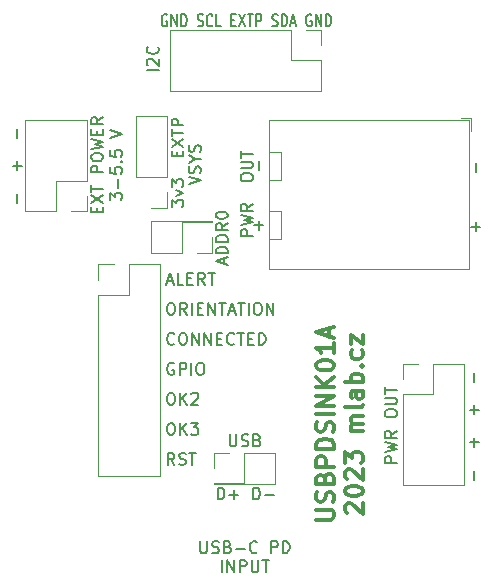
<source format=gbr>
%TF.GenerationSoftware,KiCad,Pcbnew,7.0.7-7.0.7~ubuntu23.04.1*%
%TF.CreationDate,2023-10-13T11:28:34+00:00*%
%TF.ProjectId,USBPDSINK01,55534250-4453-4494-9e4b-30312e6b6963,rev?*%
%TF.SameCoordinates,Original*%
%TF.FileFunction,Legend,Top*%
%TF.FilePolarity,Positive*%
%FSLAX46Y46*%
G04 Gerber Fmt 4.6, Leading zero omitted, Abs format (unit mm)*
G04 Created by KiCad (PCBNEW 7.0.7-7.0.7~ubuntu23.04.1) date 2023-10-13 11:28:34*
%MOMM*%
%LPD*%
G01*
G04 APERTURE LIST*
%ADD10C,0.150000*%
%ADD11C,0.300000*%
%ADD12C,0.120000*%
G04 APERTURE END LIST*
D10*
X19358207Y27140420D02*
X19310588Y27092800D01*
X19310588Y27092800D02*
X19167731Y27045181D01*
X19167731Y27045181D02*
X19072493Y27045181D01*
X19072493Y27045181D02*
X18929636Y27092800D01*
X18929636Y27092800D02*
X18834398Y27188039D01*
X18834398Y27188039D02*
X18786779Y27283277D01*
X18786779Y27283277D02*
X18739160Y27473753D01*
X18739160Y27473753D02*
X18739160Y27616610D01*
X18739160Y27616610D02*
X18786779Y27807086D01*
X18786779Y27807086D02*
X18834398Y27902324D01*
X18834398Y27902324D02*
X18929636Y27997562D01*
X18929636Y27997562D02*
X19072493Y28045181D01*
X19072493Y28045181D02*
X19167731Y28045181D01*
X19167731Y28045181D02*
X19310588Y27997562D01*
X19310588Y27997562D02*
X19358207Y27949943D01*
X19977255Y28045181D02*
X20167731Y28045181D01*
X20167731Y28045181D02*
X20262969Y27997562D01*
X20262969Y27997562D02*
X20358207Y27902324D01*
X20358207Y27902324D02*
X20405826Y27711848D01*
X20405826Y27711848D02*
X20405826Y27378515D01*
X20405826Y27378515D02*
X20358207Y27188039D01*
X20358207Y27188039D02*
X20262969Y27092800D01*
X20262969Y27092800D02*
X20167731Y27045181D01*
X20167731Y27045181D02*
X19977255Y27045181D01*
X19977255Y27045181D02*
X19882017Y27092800D01*
X19882017Y27092800D02*
X19786779Y27188039D01*
X19786779Y27188039D02*
X19739160Y27378515D01*
X19739160Y27378515D02*
X19739160Y27711848D01*
X19739160Y27711848D02*
X19786779Y27902324D01*
X19786779Y27902324D02*
X19882017Y27997562D01*
X19882017Y27997562D02*
X19977255Y28045181D01*
X20834398Y27045181D02*
X20834398Y28045181D01*
X20834398Y28045181D02*
X21405826Y27045181D01*
X21405826Y27045181D02*
X21405826Y28045181D01*
X21882017Y27045181D02*
X21882017Y28045181D01*
X21882017Y28045181D02*
X22453445Y27045181D01*
X22453445Y27045181D02*
X22453445Y28045181D01*
X22929636Y27568991D02*
X23262969Y27568991D01*
X23405826Y27045181D02*
X22929636Y27045181D01*
X22929636Y27045181D02*
X22929636Y28045181D01*
X22929636Y28045181D02*
X23405826Y28045181D01*
X24405826Y27140420D02*
X24358207Y27092800D01*
X24358207Y27092800D02*
X24215350Y27045181D01*
X24215350Y27045181D02*
X24120112Y27045181D01*
X24120112Y27045181D02*
X23977255Y27092800D01*
X23977255Y27092800D02*
X23882017Y27188039D01*
X23882017Y27188039D02*
X23834398Y27283277D01*
X23834398Y27283277D02*
X23786779Y27473753D01*
X23786779Y27473753D02*
X23786779Y27616610D01*
X23786779Y27616610D02*
X23834398Y27807086D01*
X23834398Y27807086D02*
X23882017Y27902324D01*
X23882017Y27902324D02*
X23977255Y27997562D01*
X23977255Y27997562D02*
X24120112Y28045181D01*
X24120112Y28045181D02*
X24215350Y28045181D01*
X24215350Y28045181D02*
X24358207Y27997562D01*
X24358207Y27997562D02*
X24405826Y27949943D01*
X24691541Y28045181D02*
X25262969Y28045181D01*
X24977255Y27045181D02*
X24977255Y28045181D01*
X25596303Y27568991D02*
X25929636Y27568991D01*
X26072493Y27045181D02*
X25596303Y27045181D01*
X25596303Y27045181D02*
X25596303Y28045181D01*
X25596303Y28045181D02*
X26072493Y28045181D01*
X26501065Y27045181D02*
X26501065Y28045181D01*
X26501065Y28045181D02*
X26739160Y28045181D01*
X26739160Y28045181D02*
X26882017Y27997562D01*
X26882017Y27997562D02*
X26977255Y27902324D01*
X26977255Y27902324D02*
X27024874Y27807086D01*
X27024874Y27807086D02*
X27072493Y27616610D01*
X27072493Y27616610D02*
X27072493Y27473753D01*
X27072493Y27473753D02*
X27024874Y27283277D01*
X27024874Y27283277D02*
X26977255Y27188039D01*
X26977255Y27188039D02*
X26882017Y27092800D01*
X26882017Y27092800D02*
X26739160Y27045181D01*
X26739160Y27045181D02*
X26501065Y27045181D01*
X18977255Y22961849D02*
X19167731Y22961849D01*
X19167731Y22961849D02*
X19262969Y22914230D01*
X19262969Y22914230D02*
X19358207Y22818992D01*
X19358207Y22818992D02*
X19405826Y22628516D01*
X19405826Y22628516D02*
X19405826Y22295183D01*
X19405826Y22295183D02*
X19358207Y22104707D01*
X19358207Y22104707D02*
X19262969Y22009468D01*
X19262969Y22009468D02*
X19167731Y21961849D01*
X19167731Y21961849D02*
X18977255Y21961849D01*
X18977255Y21961849D02*
X18882017Y22009468D01*
X18882017Y22009468D02*
X18786779Y22104707D01*
X18786779Y22104707D02*
X18739160Y22295183D01*
X18739160Y22295183D02*
X18739160Y22628516D01*
X18739160Y22628516D02*
X18786779Y22818992D01*
X18786779Y22818992D02*
X18882017Y22914230D01*
X18882017Y22914230D02*
X18977255Y22961849D01*
X19834398Y21961849D02*
X19834398Y22961849D01*
X20405826Y21961849D02*
X19977255Y22533278D01*
X20405826Y22961849D02*
X19834398Y22390421D01*
X20786779Y22866611D02*
X20834398Y22914230D01*
X20834398Y22914230D02*
X20929636Y22961849D01*
X20929636Y22961849D02*
X21167731Y22961849D01*
X21167731Y22961849D02*
X21262969Y22914230D01*
X21262969Y22914230D02*
X21310588Y22866611D01*
X21310588Y22866611D02*
X21358207Y22771373D01*
X21358207Y22771373D02*
X21358207Y22676135D01*
X21358207Y22676135D02*
X21310588Y22533278D01*
X21310588Y22533278D02*
X20739160Y21961849D01*
X20739160Y21961849D02*
X21358207Y21961849D01*
X44888866Y36645239D02*
X44888866Y37407143D01*
X45269819Y37026191D02*
X44507914Y37026191D01*
X44888866Y41692859D02*
X44888866Y42454763D01*
X18739160Y32414228D02*
X19215350Y32414228D01*
X18643922Y32128513D02*
X18977255Y33128513D01*
X18977255Y33128513D02*
X19310588Y32128513D01*
X20120112Y32128513D02*
X19643922Y32128513D01*
X19643922Y32128513D02*
X19643922Y33128513D01*
X20453446Y32652323D02*
X20786779Y32652323D01*
X20929636Y32128513D02*
X20453446Y32128513D01*
X20453446Y32128513D02*
X20453446Y33128513D01*
X20453446Y33128513D02*
X20929636Y33128513D01*
X21929636Y32128513D02*
X21596303Y32604704D01*
X21358208Y32128513D02*
X21358208Y33128513D01*
X21358208Y33128513D02*
X21739160Y33128513D01*
X21739160Y33128513D02*
X21834398Y33080894D01*
X21834398Y33080894D02*
X21882017Y33033275D01*
X21882017Y33033275D02*
X21929636Y32938037D01*
X21929636Y32938037D02*
X21929636Y32795180D01*
X21929636Y32795180D02*
X21882017Y32699942D01*
X21882017Y32699942D02*
X21834398Y32652323D01*
X21834398Y32652323D02*
X21739160Y32604704D01*
X21739160Y32604704D02*
X21358208Y32604704D01*
X22215351Y33128513D02*
X22786779Y33128513D01*
X22501065Y32128513D02*
X22501065Y33128513D01*
X44738866Y15626191D02*
X44738866Y16388095D01*
X44738866Y18388096D02*
X44738866Y19150000D01*
X45119819Y18769048D02*
X44357914Y18769048D01*
X44738866Y21150001D02*
X44738866Y21911905D01*
X45119819Y21530953D02*
X44357914Y21530953D01*
X44738866Y23911906D02*
X44738866Y24673810D01*
X25969819Y36256191D02*
X24969819Y36256191D01*
X24969819Y36256191D02*
X24969819Y36637143D01*
X24969819Y36637143D02*
X25017438Y36732381D01*
X25017438Y36732381D02*
X25065057Y36780000D01*
X25065057Y36780000D02*
X25160295Y36827619D01*
X25160295Y36827619D02*
X25303152Y36827619D01*
X25303152Y36827619D02*
X25398390Y36780000D01*
X25398390Y36780000D02*
X25446009Y36732381D01*
X25446009Y36732381D02*
X25493628Y36637143D01*
X25493628Y36637143D02*
X25493628Y36256191D01*
X24969819Y37160953D02*
X25969819Y37399048D01*
X25969819Y37399048D02*
X25255533Y37589524D01*
X25255533Y37589524D02*
X25969819Y37780000D01*
X25969819Y37780000D02*
X24969819Y38018095D01*
X25969819Y38970476D02*
X25493628Y38637143D01*
X25969819Y38399048D02*
X24969819Y38399048D01*
X24969819Y38399048D02*
X24969819Y38780000D01*
X24969819Y38780000D02*
X25017438Y38875238D01*
X25017438Y38875238D02*
X25065057Y38922857D01*
X25065057Y38922857D02*
X25160295Y38970476D01*
X25160295Y38970476D02*
X25303152Y38970476D01*
X25303152Y38970476D02*
X25398390Y38922857D01*
X25398390Y38922857D02*
X25446009Y38875238D01*
X25446009Y38875238D02*
X25493628Y38780000D01*
X25493628Y38780000D02*
X25493628Y38399048D01*
X24969819Y41113334D02*
X24969819Y41303810D01*
X24969819Y41303810D02*
X25017438Y41399048D01*
X25017438Y41399048D02*
X25112676Y41494286D01*
X25112676Y41494286D02*
X25303152Y41541905D01*
X25303152Y41541905D02*
X25636485Y41541905D01*
X25636485Y41541905D02*
X25826961Y41494286D01*
X25826961Y41494286D02*
X25922200Y41399048D01*
X25922200Y41399048D02*
X25969819Y41303810D01*
X25969819Y41303810D02*
X25969819Y41113334D01*
X25969819Y41113334D02*
X25922200Y41018096D01*
X25922200Y41018096D02*
X25826961Y40922858D01*
X25826961Y40922858D02*
X25636485Y40875239D01*
X25636485Y40875239D02*
X25303152Y40875239D01*
X25303152Y40875239D02*
X25112676Y40922858D01*
X25112676Y40922858D02*
X25017438Y41018096D01*
X25017438Y41018096D02*
X24969819Y41113334D01*
X24969819Y41970477D02*
X25779342Y41970477D01*
X25779342Y41970477D02*
X25874580Y42018096D01*
X25874580Y42018096D02*
X25922200Y42065715D01*
X25922200Y42065715D02*
X25969819Y42160953D01*
X25969819Y42160953D02*
X25969819Y42351429D01*
X25969819Y42351429D02*
X25922200Y42446667D01*
X25922200Y42446667D02*
X25874580Y42494286D01*
X25874580Y42494286D02*
X25779342Y42541905D01*
X25779342Y42541905D02*
X24969819Y42541905D01*
X24969819Y42875239D02*
X24969819Y43446667D01*
X25969819Y43160953D02*
X24969819Y43160953D01*
D11*
X31370828Y12228572D02*
X32585114Y12228572D01*
X32585114Y12228572D02*
X32727971Y12300001D01*
X32727971Y12300001D02*
X32799400Y12371429D01*
X32799400Y12371429D02*
X32870828Y12514287D01*
X32870828Y12514287D02*
X32870828Y12800001D01*
X32870828Y12800001D02*
X32799400Y12942858D01*
X32799400Y12942858D02*
X32727971Y13014287D01*
X32727971Y13014287D02*
X32585114Y13085715D01*
X32585114Y13085715D02*
X31370828Y13085715D01*
X32799400Y13728573D02*
X32870828Y13942858D01*
X32870828Y13942858D02*
X32870828Y14300001D01*
X32870828Y14300001D02*
X32799400Y14442858D01*
X32799400Y14442858D02*
X32727971Y14514287D01*
X32727971Y14514287D02*
X32585114Y14585716D01*
X32585114Y14585716D02*
X32442257Y14585716D01*
X32442257Y14585716D02*
X32299400Y14514287D01*
X32299400Y14514287D02*
X32227971Y14442858D01*
X32227971Y14442858D02*
X32156542Y14300001D01*
X32156542Y14300001D02*
X32085114Y14014287D01*
X32085114Y14014287D02*
X32013685Y13871430D01*
X32013685Y13871430D02*
X31942257Y13800001D01*
X31942257Y13800001D02*
X31799400Y13728573D01*
X31799400Y13728573D02*
X31656542Y13728573D01*
X31656542Y13728573D02*
X31513685Y13800001D01*
X31513685Y13800001D02*
X31442257Y13871430D01*
X31442257Y13871430D02*
X31370828Y14014287D01*
X31370828Y14014287D02*
X31370828Y14371430D01*
X31370828Y14371430D02*
X31442257Y14585716D01*
X32085114Y15728572D02*
X32156542Y15942858D01*
X32156542Y15942858D02*
X32227971Y16014287D01*
X32227971Y16014287D02*
X32370828Y16085715D01*
X32370828Y16085715D02*
X32585114Y16085715D01*
X32585114Y16085715D02*
X32727971Y16014287D01*
X32727971Y16014287D02*
X32799400Y15942858D01*
X32799400Y15942858D02*
X32870828Y15800001D01*
X32870828Y15800001D02*
X32870828Y15228572D01*
X32870828Y15228572D02*
X31370828Y15228572D01*
X31370828Y15228572D02*
X31370828Y15728572D01*
X31370828Y15728572D02*
X31442257Y15871429D01*
X31442257Y15871429D02*
X31513685Y15942858D01*
X31513685Y15942858D02*
X31656542Y16014287D01*
X31656542Y16014287D02*
X31799400Y16014287D01*
X31799400Y16014287D02*
X31942257Y15942858D01*
X31942257Y15942858D02*
X32013685Y15871429D01*
X32013685Y15871429D02*
X32085114Y15728572D01*
X32085114Y15728572D02*
X32085114Y15228572D01*
X32870828Y16728572D02*
X31370828Y16728572D01*
X31370828Y16728572D02*
X31370828Y17300001D01*
X31370828Y17300001D02*
X31442257Y17442858D01*
X31442257Y17442858D02*
X31513685Y17514287D01*
X31513685Y17514287D02*
X31656542Y17585715D01*
X31656542Y17585715D02*
X31870828Y17585715D01*
X31870828Y17585715D02*
X32013685Y17514287D01*
X32013685Y17514287D02*
X32085114Y17442858D01*
X32085114Y17442858D02*
X32156542Y17300001D01*
X32156542Y17300001D02*
X32156542Y16728572D01*
X32870828Y18228572D02*
X31370828Y18228572D01*
X31370828Y18228572D02*
X31370828Y18585715D01*
X31370828Y18585715D02*
X31442257Y18800001D01*
X31442257Y18800001D02*
X31585114Y18942858D01*
X31585114Y18942858D02*
X31727971Y19014287D01*
X31727971Y19014287D02*
X32013685Y19085715D01*
X32013685Y19085715D02*
X32227971Y19085715D01*
X32227971Y19085715D02*
X32513685Y19014287D01*
X32513685Y19014287D02*
X32656542Y18942858D01*
X32656542Y18942858D02*
X32799400Y18800001D01*
X32799400Y18800001D02*
X32870828Y18585715D01*
X32870828Y18585715D02*
X32870828Y18228572D01*
X32799400Y19657144D02*
X32870828Y19871429D01*
X32870828Y19871429D02*
X32870828Y20228572D01*
X32870828Y20228572D02*
X32799400Y20371429D01*
X32799400Y20371429D02*
X32727971Y20442858D01*
X32727971Y20442858D02*
X32585114Y20514287D01*
X32585114Y20514287D02*
X32442257Y20514287D01*
X32442257Y20514287D02*
X32299400Y20442858D01*
X32299400Y20442858D02*
X32227971Y20371429D01*
X32227971Y20371429D02*
X32156542Y20228572D01*
X32156542Y20228572D02*
X32085114Y19942858D01*
X32085114Y19942858D02*
X32013685Y19800001D01*
X32013685Y19800001D02*
X31942257Y19728572D01*
X31942257Y19728572D02*
X31799400Y19657144D01*
X31799400Y19657144D02*
X31656542Y19657144D01*
X31656542Y19657144D02*
X31513685Y19728572D01*
X31513685Y19728572D02*
X31442257Y19800001D01*
X31442257Y19800001D02*
X31370828Y19942858D01*
X31370828Y19942858D02*
X31370828Y20300001D01*
X31370828Y20300001D02*
X31442257Y20514287D01*
X32870828Y21157143D02*
X31370828Y21157143D01*
X32870828Y21871429D02*
X31370828Y21871429D01*
X31370828Y21871429D02*
X32870828Y22728572D01*
X32870828Y22728572D02*
X31370828Y22728572D01*
X32870828Y23442858D02*
X31370828Y23442858D01*
X32870828Y24300001D02*
X32013685Y23657144D01*
X31370828Y24300001D02*
X32227971Y23442858D01*
X31370828Y25228573D02*
X31370828Y25371430D01*
X31370828Y25371430D02*
X31442257Y25514287D01*
X31442257Y25514287D02*
X31513685Y25585715D01*
X31513685Y25585715D02*
X31656542Y25657144D01*
X31656542Y25657144D02*
X31942257Y25728573D01*
X31942257Y25728573D02*
X32299400Y25728573D01*
X32299400Y25728573D02*
X32585114Y25657144D01*
X32585114Y25657144D02*
X32727971Y25585715D01*
X32727971Y25585715D02*
X32799400Y25514287D01*
X32799400Y25514287D02*
X32870828Y25371430D01*
X32870828Y25371430D02*
X32870828Y25228573D01*
X32870828Y25228573D02*
X32799400Y25085715D01*
X32799400Y25085715D02*
X32727971Y25014287D01*
X32727971Y25014287D02*
X32585114Y24942858D01*
X32585114Y24942858D02*
X32299400Y24871430D01*
X32299400Y24871430D02*
X31942257Y24871430D01*
X31942257Y24871430D02*
X31656542Y24942858D01*
X31656542Y24942858D02*
X31513685Y25014287D01*
X31513685Y25014287D02*
X31442257Y25085715D01*
X31442257Y25085715D02*
X31370828Y25228573D01*
X32870828Y27157144D02*
X32870828Y26300001D01*
X32870828Y26728572D02*
X31370828Y26728572D01*
X31370828Y26728572D02*
X31585114Y26585715D01*
X31585114Y26585715D02*
X31727971Y26442858D01*
X31727971Y26442858D02*
X31799400Y26300001D01*
X32442257Y27728572D02*
X32442257Y28442857D01*
X32870828Y27585715D02*
X31370828Y28085715D01*
X31370828Y28085715D02*
X32870828Y28585715D01*
X33928685Y12800002D02*
X33857257Y12871430D01*
X33857257Y12871430D02*
X33785828Y13014287D01*
X33785828Y13014287D02*
X33785828Y13371430D01*
X33785828Y13371430D02*
X33857257Y13514287D01*
X33857257Y13514287D02*
X33928685Y13585716D01*
X33928685Y13585716D02*
X34071542Y13657145D01*
X34071542Y13657145D02*
X34214400Y13657145D01*
X34214400Y13657145D02*
X34428685Y13585716D01*
X34428685Y13585716D02*
X35285828Y12728573D01*
X35285828Y12728573D02*
X35285828Y13657145D01*
X33785828Y14585716D02*
X33785828Y14728573D01*
X33785828Y14728573D02*
X33857257Y14871430D01*
X33857257Y14871430D02*
X33928685Y14942858D01*
X33928685Y14942858D02*
X34071542Y15014287D01*
X34071542Y15014287D02*
X34357257Y15085716D01*
X34357257Y15085716D02*
X34714400Y15085716D01*
X34714400Y15085716D02*
X35000114Y15014287D01*
X35000114Y15014287D02*
X35142971Y14942858D01*
X35142971Y14942858D02*
X35214400Y14871430D01*
X35214400Y14871430D02*
X35285828Y14728573D01*
X35285828Y14728573D02*
X35285828Y14585716D01*
X35285828Y14585716D02*
X35214400Y14442858D01*
X35214400Y14442858D02*
X35142971Y14371430D01*
X35142971Y14371430D02*
X35000114Y14300001D01*
X35000114Y14300001D02*
X34714400Y14228573D01*
X34714400Y14228573D02*
X34357257Y14228573D01*
X34357257Y14228573D02*
X34071542Y14300001D01*
X34071542Y14300001D02*
X33928685Y14371430D01*
X33928685Y14371430D02*
X33857257Y14442858D01*
X33857257Y14442858D02*
X33785828Y14585716D01*
X33928685Y15657144D02*
X33857257Y15728572D01*
X33857257Y15728572D02*
X33785828Y15871429D01*
X33785828Y15871429D02*
X33785828Y16228572D01*
X33785828Y16228572D02*
X33857257Y16371429D01*
X33857257Y16371429D02*
X33928685Y16442858D01*
X33928685Y16442858D02*
X34071542Y16514287D01*
X34071542Y16514287D02*
X34214400Y16514287D01*
X34214400Y16514287D02*
X34428685Y16442858D01*
X34428685Y16442858D02*
X35285828Y15585715D01*
X35285828Y15585715D02*
X35285828Y16514287D01*
X33785828Y17014286D02*
X33785828Y17942858D01*
X33785828Y17942858D02*
X34357257Y17442858D01*
X34357257Y17442858D02*
X34357257Y17657143D01*
X34357257Y17657143D02*
X34428685Y17800000D01*
X34428685Y17800000D02*
X34500114Y17871429D01*
X34500114Y17871429D02*
X34642971Y17942858D01*
X34642971Y17942858D02*
X35000114Y17942858D01*
X35000114Y17942858D02*
X35142971Y17871429D01*
X35142971Y17871429D02*
X35214400Y17800000D01*
X35214400Y17800000D02*
X35285828Y17657143D01*
X35285828Y17657143D02*
X35285828Y17228572D01*
X35285828Y17228572D02*
X35214400Y17085715D01*
X35214400Y17085715D02*
X35142971Y17014286D01*
X35285828Y19728571D02*
X34285828Y19728571D01*
X34428685Y19728571D02*
X34357257Y19800000D01*
X34357257Y19800000D02*
X34285828Y19942857D01*
X34285828Y19942857D02*
X34285828Y20157143D01*
X34285828Y20157143D02*
X34357257Y20300000D01*
X34357257Y20300000D02*
X34500114Y20371428D01*
X34500114Y20371428D02*
X35285828Y20371428D01*
X34500114Y20371428D02*
X34357257Y20442857D01*
X34357257Y20442857D02*
X34285828Y20585714D01*
X34285828Y20585714D02*
X34285828Y20800000D01*
X34285828Y20800000D02*
X34357257Y20942857D01*
X34357257Y20942857D02*
X34500114Y21014286D01*
X34500114Y21014286D02*
X35285828Y21014286D01*
X35285828Y21942857D02*
X35214400Y21800000D01*
X35214400Y21800000D02*
X35071542Y21728571D01*
X35071542Y21728571D02*
X33785828Y21728571D01*
X35285828Y23157142D02*
X34500114Y23157142D01*
X34500114Y23157142D02*
X34357257Y23085714D01*
X34357257Y23085714D02*
X34285828Y22942857D01*
X34285828Y22942857D02*
X34285828Y22657142D01*
X34285828Y22657142D02*
X34357257Y22514285D01*
X35214400Y23157142D02*
X35285828Y23014285D01*
X35285828Y23014285D02*
X35285828Y22657142D01*
X35285828Y22657142D02*
X35214400Y22514285D01*
X35214400Y22514285D02*
X35071542Y22442857D01*
X35071542Y22442857D02*
X34928685Y22442857D01*
X34928685Y22442857D02*
X34785828Y22514285D01*
X34785828Y22514285D02*
X34714400Y22657142D01*
X34714400Y22657142D02*
X34714400Y23014285D01*
X34714400Y23014285D02*
X34642971Y23157142D01*
X35285828Y23871428D02*
X33785828Y23871428D01*
X34357257Y23871428D02*
X34285828Y24014285D01*
X34285828Y24014285D02*
X34285828Y24300000D01*
X34285828Y24300000D02*
X34357257Y24442857D01*
X34357257Y24442857D02*
X34428685Y24514285D01*
X34428685Y24514285D02*
X34571542Y24585714D01*
X34571542Y24585714D02*
X35000114Y24585714D01*
X35000114Y24585714D02*
X35142971Y24514285D01*
X35142971Y24514285D02*
X35214400Y24442857D01*
X35214400Y24442857D02*
X35285828Y24300000D01*
X35285828Y24300000D02*
X35285828Y24014285D01*
X35285828Y24014285D02*
X35214400Y23871428D01*
X35142971Y25228571D02*
X35214400Y25300000D01*
X35214400Y25300000D02*
X35285828Y25228571D01*
X35285828Y25228571D02*
X35214400Y25157143D01*
X35214400Y25157143D02*
X35142971Y25228571D01*
X35142971Y25228571D02*
X35285828Y25228571D01*
X35214400Y26585714D02*
X35285828Y26442857D01*
X35285828Y26442857D02*
X35285828Y26157143D01*
X35285828Y26157143D02*
X35214400Y26014286D01*
X35214400Y26014286D02*
X35142971Y25942857D01*
X35142971Y25942857D02*
X35000114Y25871429D01*
X35000114Y25871429D02*
X34571542Y25871429D01*
X34571542Y25871429D02*
X34428685Y25942857D01*
X34428685Y25942857D02*
X34357257Y26014286D01*
X34357257Y26014286D02*
X34285828Y26157143D01*
X34285828Y26157143D02*
X34285828Y26442857D01*
X34285828Y26442857D02*
X34357257Y26585714D01*
X34285828Y27085714D02*
X34285828Y27871428D01*
X34285828Y27871428D02*
X35285828Y27085714D01*
X35285828Y27085714D02*
X35285828Y27871428D01*
D10*
X18977255Y30586847D02*
X19167731Y30586847D01*
X19167731Y30586847D02*
X19262969Y30539228D01*
X19262969Y30539228D02*
X19358207Y30443990D01*
X19358207Y30443990D02*
X19405826Y30253514D01*
X19405826Y30253514D02*
X19405826Y29920181D01*
X19405826Y29920181D02*
X19358207Y29729705D01*
X19358207Y29729705D02*
X19262969Y29634466D01*
X19262969Y29634466D02*
X19167731Y29586847D01*
X19167731Y29586847D02*
X18977255Y29586847D01*
X18977255Y29586847D02*
X18882017Y29634466D01*
X18882017Y29634466D02*
X18786779Y29729705D01*
X18786779Y29729705D02*
X18739160Y29920181D01*
X18739160Y29920181D02*
X18739160Y30253514D01*
X18739160Y30253514D02*
X18786779Y30443990D01*
X18786779Y30443990D02*
X18882017Y30539228D01*
X18882017Y30539228D02*
X18977255Y30586847D01*
X20405826Y29586847D02*
X20072493Y30063038D01*
X19834398Y29586847D02*
X19834398Y30586847D01*
X19834398Y30586847D02*
X20215350Y30586847D01*
X20215350Y30586847D02*
X20310588Y30539228D01*
X20310588Y30539228D02*
X20358207Y30491609D01*
X20358207Y30491609D02*
X20405826Y30396371D01*
X20405826Y30396371D02*
X20405826Y30253514D01*
X20405826Y30253514D02*
X20358207Y30158276D01*
X20358207Y30158276D02*
X20310588Y30110657D01*
X20310588Y30110657D02*
X20215350Y30063038D01*
X20215350Y30063038D02*
X19834398Y30063038D01*
X20834398Y29586847D02*
X20834398Y30586847D01*
X21310588Y30110657D02*
X21643921Y30110657D01*
X21786778Y29586847D02*
X21310588Y29586847D01*
X21310588Y29586847D02*
X21310588Y30586847D01*
X21310588Y30586847D02*
X21786778Y30586847D01*
X22215350Y29586847D02*
X22215350Y30586847D01*
X22215350Y30586847D02*
X22786778Y29586847D01*
X22786778Y29586847D02*
X22786778Y30586847D01*
X23120112Y30586847D02*
X23691540Y30586847D01*
X23405826Y29586847D02*
X23405826Y30586847D01*
X23977255Y29872562D02*
X24453445Y29872562D01*
X23882017Y29586847D02*
X24215350Y30586847D01*
X24215350Y30586847D02*
X24548683Y29586847D01*
X24739160Y30586847D02*
X25310588Y30586847D01*
X25024874Y29586847D02*
X25024874Y30586847D01*
X25643922Y29586847D02*
X25643922Y30586847D01*
X26310588Y30586847D02*
X26501064Y30586847D01*
X26501064Y30586847D02*
X26596302Y30539228D01*
X26596302Y30539228D02*
X26691540Y30443990D01*
X26691540Y30443990D02*
X26739159Y30253514D01*
X26739159Y30253514D02*
X26739159Y29920181D01*
X26739159Y29920181D02*
X26691540Y29729705D01*
X26691540Y29729705D02*
X26596302Y29634466D01*
X26596302Y29634466D02*
X26501064Y29586847D01*
X26501064Y29586847D02*
X26310588Y29586847D01*
X26310588Y29586847D02*
X26215350Y29634466D01*
X26215350Y29634466D02*
X26120112Y29729705D01*
X26120112Y29729705D02*
X26072493Y29920181D01*
X26072493Y29920181D02*
X26072493Y30253514D01*
X26072493Y30253514D02*
X26120112Y30443990D01*
X26120112Y30443990D02*
X26215350Y30539228D01*
X26215350Y30539228D02*
X26310588Y30586847D01*
X27167731Y29586847D02*
X27167731Y30586847D01*
X27167731Y30586847D02*
X27739159Y29586847D01*
X27739159Y29586847D02*
X27739159Y30586847D01*
X12786009Y38250001D02*
X12786009Y38583334D01*
X13309819Y38726191D02*
X13309819Y38250001D01*
X13309819Y38250001D02*
X12309819Y38250001D01*
X12309819Y38250001D02*
X12309819Y38726191D01*
X12309819Y39059525D02*
X13309819Y39726191D01*
X12309819Y39726191D02*
X13309819Y39059525D01*
X12309819Y39964287D02*
X12309819Y40535715D01*
X13309819Y40250001D02*
X12309819Y40250001D01*
X13309819Y41630954D02*
X12309819Y41630954D01*
X12309819Y41630954D02*
X12309819Y42011906D01*
X12309819Y42011906D02*
X12357438Y42107144D01*
X12357438Y42107144D02*
X12405057Y42154763D01*
X12405057Y42154763D02*
X12500295Y42202382D01*
X12500295Y42202382D02*
X12643152Y42202382D01*
X12643152Y42202382D02*
X12738390Y42154763D01*
X12738390Y42154763D02*
X12786009Y42107144D01*
X12786009Y42107144D02*
X12833628Y42011906D01*
X12833628Y42011906D02*
X12833628Y41630954D01*
X12309819Y42821430D02*
X12309819Y43011906D01*
X12309819Y43011906D02*
X12357438Y43107144D01*
X12357438Y43107144D02*
X12452676Y43202382D01*
X12452676Y43202382D02*
X12643152Y43250001D01*
X12643152Y43250001D02*
X12976485Y43250001D01*
X12976485Y43250001D02*
X13166961Y43202382D01*
X13166961Y43202382D02*
X13262200Y43107144D01*
X13262200Y43107144D02*
X13309819Y43011906D01*
X13309819Y43011906D02*
X13309819Y42821430D01*
X13309819Y42821430D02*
X13262200Y42726192D01*
X13262200Y42726192D02*
X13166961Y42630954D01*
X13166961Y42630954D02*
X12976485Y42583335D01*
X12976485Y42583335D02*
X12643152Y42583335D01*
X12643152Y42583335D02*
X12452676Y42630954D01*
X12452676Y42630954D02*
X12357438Y42726192D01*
X12357438Y42726192D02*
X12309819Y42821430D01*
X12309819Y43583335D02*
X13309819Y43821430D01*
X13309819Y43821430D02*
X12595533Y44011906D01*
X12595533Y44011906D02*
X13309819Y44202382D01*
X13309819Y44202382D02*
X12309819Y44440477D01*
X12786009Y44821430D02*
X12786009Y45154763D01*
X13309819Y45297620D02*
X13309819Y44821430D01*
X13309819Y44821430D02*
X12309819Y44821430D01*
X12309819Y44821430D02*
X12309819Y45297620D01*
X13309819Y46297620D02*
X12833628Y45964287D01*
X13309819Y45726192D02*
X12309819Y45726192D01*
X12309819Y45726192D02*
X12309819Y46107144D01*
X12309819Y46107144D02*
X12357438Y46202382D01*
X12357438Y46202382D02*
X12405057Y46250001D01*
X12405057Y46250001D02*
X12500295Y46297620D01*
X12500295Y46297620D02*
X12643152Y46297620D01*
X12643152Y46297620D02*
X12738390Y46250001D01*
X12738390Y46250001D02*
X12786009Y46202382D01*
X12786009Y46202382D02*
X12833628Y46107144D01*
X12833628Y46107144D02*
X12833628Y45726192D01*
X13919819Y39297620D02*
X13919819Y39916667D01*
X13919819Y39916667D02*
X14300771Y39583334D01*
X14300771Y39583334D02*
X14300771Y39726191D01*
X14300771Y39726191D02*
X14348390Y39821429D01*
X14348390Y39821429D02*
X14396009Y39869048D01*
X14396009Y39869048D02*
X14491247Y39916667D01*
X14491247Y39916667D02*
X14729342Y39916667D01*
X14729342Y39916667D02*
X14824580Y39869048D01*
X14824580Y39869048D02*
X14872200Y39821429D01*
X14872200Y39821429D02*
X14919819Y39726191D01*
X14919819Y39726191D02*
X14919819Y39440477D01*
X14919819Y39440477D02*
X14872200Y39345239D01*
X14872200Y39345239D02*
X14824580Y39297620D01*
X14538866Y40345239D02*
X14538866Y41107143D01*
X13919819Y42059524D02*
X13919819Y41583334D01*
X13919819Y41583334D02*
X14396009Y41535715D01*
X14396009Y41535715D02*
X14348390Y41583334D01*
X14348390Y41583334D02*
X14300771Y41678572D01*
X14300771Y41678572D02*
X14300771Y41916667D01*
X14300771Y41916667D02*
X14348390Y42011905D01*
X14348390Y42011905D02*
X14396009Y42059524D01*
X14396009Y42059524D02*
X14491247Y42107143D01*
X14491247Y42107143D02*
X14729342Y42107143D01*
X14729342Y42107143D02*
X14824580Y42059524D01*
X14824580Y42059524D02*
X14872200Y42011905D01*
X14872200Y42011905D02*
X14919819Y41916667D01*
X14919819Y41916667D02*
X14919819Y41678572D01*
X14919819Y41678572D02*
X14872200Y41583334D01*
X14872200Y41583334D02*
X14824580Y41535715D01*
X14824580Y42535715D02*
X14872200Y42583334D01*
X14872200Y42583334D02*
X14919819Y42535715D01*
X14919819Y42535715D02*
X14872200Y42488096D01*
X14872200Y42488096D02*
X14824580Y42535715D01*
X14824580Y42535715D02*
X14919819Y42535715D01*
X13919819Y43488095D02*
X13919819Y43011905D01*
X13919819Y43011905D02*
X14396009Y42964286D01*
X14396009Y42964286D02*
X14348390Y43011905D01*
X14348390Y43011905D02*
X14300771Y43107143D01*
X14300771Y43107143D02*
X14300771Y43345238D01*
X14300771Y43345238D02*
X14348390Y43440476D01*
X14348390Y43440476D02*
X14396009Y43488095D01*
X14396009Y43488095D02*
X14491247Y43535714D01*
X14491247Y43535714D02*
X14729342Y43535714D01*
X14729342Y43535714D02*
X14824580Y43488095D01*
X14824580Y43488095D02*
X14872200Y43440476D01*
X14872200Y43440476D02*
X14919819Y43345238D01*
X14919819Y43345238D02*
X14919819Y43107143D01*
X14919819Y43107143D02*
X14872200Y43011905D01*
X14872200Y43011905D02*
X14824580Y42964286D01*
X13919819Y44583334D02*
X14919819Y44916667D01*
X14919819Y44916667D02*
X13919819Y45250000D01*
X6038866Y39052144D02*
X6038866Y39814048D01*
X6038866Y41814049D02*
X6038866Y42575953D01*
X6419819Y42195001D02*
X5657914Y42195001D01*
X6038866Y44575954D02*
X6038866Y45337858D01*
X18977255Y20420183D02*
X19167731Y20420183D01*
X19167731Y20420183D02*
X19262969Y20372564D01*
X19262969Y20372564D02*
X19358207Y20277326D01*
X19358207Y20277326D02*
X19405826Y20086850D01*
X19405826Y20086850D02*
X19405826Y19753517D01*
X19405826Y19753517D02*
X19358207Y19563041D01*
X19358207Y19563041D02*
X19262969Y19467802D01*
X19262969Y19467802D02*
X19167731Y19420183D01*
X19167731Y19420183D02*
X18977255Y19420183D01*
X18977255Y19420183D02*
X18882017Y19467802D01*
X18882017Y19467802D02*
X18786779Y19563041D01*
X18786779Y19563041D02*
X18739160Y19753517D01*
X18739160Y19753517D02*
X18739160Y20086850D01*
X18739160Y20086850D02*
X18786779Y20277326D01*
X18786779Y20277326D02*
X18882017Y20372564D01*
X18882017Y20372564D02*
X18977255Y20420183D01*
X19834398Y19420183D02*
X19834398Y20420183D01*
X20405826Y19420183D02*
X19977255Y19991612D01*
X20405826Y20420183D02*
X19834398Y19848755D01*
X20739160Y20420183D02*
X21358207Y20420183D01*
X21358207Y20420183D02*
X21024874Y20039231D01*
X21024874Y20039231D02*
X21167731Y20039231D01*
X21167731Y20039231D02*
X21262969Y19991612D01*
X21262969Y19991612D02*
X21310588Y19943993D01*
X21310588Y19943993D02*
X21358207Y19848755D01*
X21358207Y19848755D02*
X21358207Y19610660D01*
X21358207Y19610660D02*
X21310588Y19515422D01*
X21310588Y19515422D02*
X21262969Y19467802D01*
X21262969Y19467802D02*
X21167731Y19420183D01*
X21167731Y19420183D02*
X20882017Y19420183D01*
X20882017Y19420183D02*
X20786779Y19467802D01*
X20786779Y19467802D02*
X20739160Y19515422D01*
X38169819Y17036780D02*
X37169819Y17036780D01*
X37169819Y17036780D02*
X37169819Y17417732D01*
X37169819Y17417732D02*
X37217438Y17512970D01*
X37217438Y17512970D02*
X37265057Y17560589D01*
X37265057Y17560589D02*
X37360295Y17608208D01*
X37360295Y17608208D02*
X37503152Y17608208D01*
X37503152Y17608208D02*
X37598390Y17560589D01*
X37598390Y17560589D02*
X37646009Y17512970D01*
X37646009Y17512970D02*
X37693628Y17417732D01*
X37693628Y17417732D02*
X37693628Y17036780D01*
X37169819Y17941542D02*
X38169819Y18179637D01*
X38169819Y18179637D02*
X37455533Y18370113D01*
X37455533Y18370113D02*
X38169819Y18560589D01*
X38169819Y18560589D02*
X37169819Y18798684D01*
X38169819Y19751065D02*
X37693628Y19417732D01*
X38169819Y19179637D02*
X37169819Y19179637D01*
X37169819Y19179637D02*
X37169819Y19560589D01*
X37169819Y19560589D02*
X37217438Y19655827D01*
X37217438Y19655827D02*
X37265057Y19703446D01*
X37265057Y19703446D02*
X37360295Y19751065D01*
X37360295Y19751065D02*
X37503152Y19751065D01*
X37503152Y19751065D02*
X37598390Y19703446D01*
X37598390Y19703446D02*
X37646009Y19655827D01*
X37646009Y19655827D02*
X37693628Y19560589D01*
X37693628Y19560589D02*
X37693628Y19179637D01*
X37169819Y21132018D02*
X37169819Y21322494D01*
X37169819Y21322494D02*
X37217438Y21417732D01*
X37217438Y21417732D02*
X37312676Y21512970D01*
X37312676Y21512970D02*
X37503152Y21560589D01*
X37503152Y21560589D02*
X37836485Y21560589D01*
X37836485Y21560589D02*
X38026961Y21512970D01*
X38026961Y21512970D02*
X38122200Y21417732D01*
X38122200Y21417732D02*
X38169819Y21322494D01*
X38169819Y21322494D02*
X38169819Y21132018D01*
X38169819Y21132018D02*
X38122200Y21036780D01*
X38122200Y21036780D02*
X38026961Y20941542D01*
X38026961Y20941542D02*
X37836485Y20893923D01*
X37836485Y20893923D02*
X37503152Y20893923D01*
X37503152Y20893923D02*
X37312676Y20941542D01*
X37312676Y20941542D02*
X37217438Y21036780D01*
X37217438Y21036780D02*
X37169819Y21132018D01*
X37169819Y21989161D02*
X37979342Y21989161D01*
X37979342Y21989161D02*
X38074580Y22036780D01*
X38074580Y22036780D02*
X38122200Y22084399D01*
X38122200Y22084399D02*
X38169819Y22179637D01*
X38169819Y22179637D02*
X38169819Y22370113D01*
X38169819Y22370113D02*
X38122200Y22465351D01*
X38122200Y22465351D02*
X38074580Y22512970D01*
X38074580Y22512970D02*
X37979342Y22560589D01*
X37979342Y22560589D02*
X37169819Y22560589D01*
X37169819Y22893923D02*
X37169819Y23465351D01*
X38169819Y23179637D02*
X37169819Y23179637D01*
X24038095Y19445181D02*
X24038095Y18635658D01*
X24038095Y18635658D02*
X24085714Y18540420D01*
X24085714Y18540420D02*
X24133333Y18492800D01*
X24133333Y18492800D02*
X24228571Y18445181D01*
X24228571Y18445181D02*
X24419047Y18445181D01*
X24419047Y18445181D02*
X24514285Y18492800D01*
X24514285Y18492800D02*
X24561904Y18540420D01*
X24561904Y18540420D02*
X24609523Y18635658D01*
X24609523Y18635658D02*
X24609523Y19445181D01*
X25038095Y18492800D02*
X25180952Y18445181D01*
X25180952Y18445181D02*
X25419047Y18445181D01*
X25419047Y18445181D02*
X25514285Y18492800D01*
X25514285Y18492800D02*
X25561904Y18540420D01*
X25561904Y18540420D02*
X25609523Y18635658D01*
X25609523Y18635658D02*
X25609523Y18730896D01*
X25609523Y18730896D02*
X25561904Y18826134D01*
X25561904Y18826134D02*
X25514285Y18873753D01*
X25514285Y18873753D02*
X25419047Y18921372D01*
X25419047Y18921372D02*
X25228571Y18968991D01*
X25228571Y18968991D02*
X25133333Y19016610D01*
X25133333Y19016610D02*
X25085714Y19064229D01*
X25085714Y19064229D02*
X25038095Y19159467D01*
X25038095Y19159467D02*
X25038095Y19254705D01*
X25038095Y19254705D02*
X25085714Y19349943D01*
X25085714Y19349943D02*
X25133333Y19397562D01*
X25133333Y19397562D02*
X25228571Y19445181D01*
X25228571Y19445181D02*
X25466666Y19445181D01*
X25466666Y19445181D02*
X25609523Y19397562D01*
X26371428Y18968991D02*
X26514285Y18921372D01*
X26514285Y18921372D02*
X26561904Y18873753D01*
X26561904Y18873753D02*
X26609523Y18778515D01*
X26609523Y18778515D02*
X26609523Y18635658D01*
X26609523Y18635658D02*
X26561904Y18540420D01*
X26561904Y18540420D02*
X26514285Y18492800D01*
X26514285Y18492800D02*
X26419047Y18445181D01*
X26419047Y18445181D02*
X26038095Y18445181D01*
X26038095Y18445181D02*
X26038095Y19445181D01*
X26038095Y19445181D02*
X26371428Y19445181D01*
X26371428Y19445181D02*
X26466666Y19397562D01*
X26466666Y19397562D02*
X26514285Y19349943D01*
X26514285Y19349943D02*
X26561904Y19254705D01*
X26561904Y19254705D02*
X26561904Y19159467D01*
X26561904Y19159467D02*
X26514285Y19064229D01*
X26514285Y19064229D02*
X26466666Y19016610D01*
X26466666Y19016610D02*
X26371428Y18968991D01*
X26371428Y18968991D02*
X26038095Y18968991D01*
X21538095Y10400181D02*
X21538095Y9590658D01*
X21538095Y9590658D02*
X21585714Y9495420D01*
X21585714Y9495420D02*
X21633333Y9447800D01*
X21633333Y9447800D02*
X21728571Y9400181D01*
X21728571Y9400181D02*
X21919047Y9400181D01*
X21919047Y9400181D02*
X22014285Y9447800D01*
X22014285Y9447800D02*
X22061904Y9495420D01*
X22061904Y9495420D02*
X22109523Y9590658D01*
X22109523Y9590658D02*
X22109523Y10400181D01*
X22538095Y9447800D02*
X22680952Y9400181D01*
X22680952Y9400181D02*
X22919047Y9400181D01*
X22919047Y9400181D02*
X23014285Y9447800D01*
X23014285Y9447800D02*
X23061904Y9495420D01*
X23061904Y9495420D02*
X23109523Y9590658D01*
X23109523Y9590658D02*
X23109523Y9685896D01*
X23109523Y9685896D02*
X23061904Y9781134D01*
X23061904Y9781134D02*
X23014285Y9828753D01*
X23014285Y9828753D02*
X22919047Y9876372D01*
X22919047Y9876372D02*
X22728571Y9923991D01*
X22728571Y9923991D02*
X22633333Y9971610D01*
X22633333Y9971610D02*
X22585714Y10019229D01*
X22585714Y10019229D02*
X22538095Y10114467D01*
X22538095Y10114467D02*
X22538095Y10209705D01*
X22538095Y10209705D02*
X22585714Y10304943D01*
X22585714Y10304943D02*
X22633333Y10352562D01*
X22633333Y10352562D02*
X22728571Y10400181D01*
X22728571Y10400181D02*
X22966666Y10400181D01*
X22966666Y10400181D02*
X23109523Y10352562D01*
X23871428Y9923991D02*
X24014285Y9876372D01*
X24014285Y9876372D02*
X24061904Y9828753D01*
X24061904Y9828753D02*
X24109523Y9733515D01*
X24109523Y9733515D02*
X24109523Y9590658D01*
X24109523Y9590658D02*
X24061904Y9495420D01*
X24061904Y9495420D02*
X24014285Y9447800D01*
X24014285Y9447800D02*
X23919047Y9400181D01*
X23919047Y9400181D02*
X23538095Y9400181D01*
X23538095Y9400181D02*
X23538095Y10400181D01*
X23538095Y10400181D02*
X23871428Y10400181D01*
X23871428Y10400181D02*
X23966666Y10352562D01*
X23966666Y10352562D02*
X24014285Y10304943D01*
X24014285Y10304943D02*
X24061904Y10209705D01*
X24061904Y10209705D02*
X24061904Y10114467D01*
X24061904Y10114467D02*
X24014285Y10019229D01*
X24014285Y10019229D02*
X23966666Y9971610D01*
X23966666Y9971610D02*
X23871428Y9923991D01*
X23871428Y9923991D02*
X23538095Y9923991D01*
X24538095Y9781134D02*
X25300000Y9781134D01*
X26347618Y9495420D02*
X26299999Y9447800D01*
X26299999Y9447800D02*
X26157142Y9400181D01*
X26157142Y9400181D02*
X26061904Y9400181D01*
X26061904Y9400181D02*
X25919047Y9447800D01*
X25919047Y9447800D02*
X25823809Y9543039D01*
X25823809Y9543039D02*
X25776190Y9638277D01*
X25776190Y9638277D02*
X25728571Y9828753D01*
X25728571Y9828753D02*
X25728571Y9971610D01*
X25728571Y9971610D02*
X25776190Y10162086D01*
X25776190Y10162086D02*
X25823809Y10257324D01*
X25823809Y10257324D02*
X25919047Y10352562D01*
X25919047Y10352562D02*
X26061904Y10400181D01*
X26061904Y10400181D02*
X26157142Y10400181D01*
X26157142Y10400181D02*
X26299999Y10352562D01*
X26299999Y10352562D02*
X26347618Y10304943D01*
X27538095Y9400181D02*
X27538095Y10400181D01*
X27538095Y10400181D02*
X27919047Y10400181D01*
X27919047Y10400181D02*
X28014285Y10352562D01*
X28014285Y10352562D02*
X28061904Y10304943D01*
X28061904Y10304943D02*
X28109523Y10209705D01*
X28109523Y10209705D02*
X28109523Y10066848D01*
X28109523Y10066848D02*
X28061904Y9971610D01*
X28061904Y9971610D02*
X28014285Y9923991D01*
X28014285Y9923991D02*
X27919047Y9876372D01*
X27919047Y9876372D02*
X27538095Y9876372D01*
X28538095Y9400181D02*
X28538095Y10400181D01*
X28538095Y10400181D02*
X28776190Y10400181D01*
X28776190Y10400181D02*
X28919047Y10352562D01*
X28919047Y10352562D02*
X29014285Y10257324D01*
X29014285Y10257324D02*
X29061904Y10162086D01*
X29061904Y10162086D02*
X29109523Y9971610D01*
X29109523Y9971610D02*
X29109523Y9828753D01*
X29109523Y9828753D02*
X29061904Y9638277D01*
X29061904Y9638277D02*
X29014285Y9543039D01*
X29014285Y9543039D02*
X28919047Y9447800D01*
X28919047Y9447800D02*
X28776190Y9400181D01*
X28776190Y9400181D02*
X28538095Y9400181D01*
X23371429Y7790181D02*
X23371429Y8790181D01*
X23847619Y7790181D02*
X23847619Y8790181D01*
X23847619Y8790181D02*
X24419047Y7790181D01*
X24419047Y7790181D02*
X24419047Y8790181D01*
X24895238Y7790181D02*
X24895238Y8790181D01*
X24895238Y8790181D02*
X25276190Y8790181D01*
X25276190Y8790181D02*
X25371428Y8742562D01*
X25371428Y8742562D02*
X25419047Y8694943D01*
X25419047Y8694943D02*
X25466666Y8599705D01*
X25466666Y8599705D02*
X25466666Y8456848D01*
X25466666Y8456848D02*
X25419047Y8361610D01*
X25419047Y8361610D02*
X25371428Y8313991D01*
X25371428Y8313991D02*
X25276190Y8266372D01*
X25276190Y8266372D02*
X24895238Y8266372D01*
X25895238Y8790181D02*
X25895238Y7980658D01*
X25895238Y7980658D02*
X25942857Y7885420D01*
X25942857Y7885420D02*
X25990476Y7837800D01*
X25990476Y7837800D02*
X26085714Y7790181D01*
X26085714Y7790181D02*
X26276190Y7790181D01*
X26276190Y7790181D02*
X26371428Y7837800D01*
X26371428Y7837800D02*
X26419047Y7885420D01*
X26419047Y7885420D02*
X26466666Y7980658D01*
X26466666Y7980658D02*
X26466666Y8790181D01*
X26800000Y8790181D02*
X27371428Y8790181D01*
X27085714Y7790181D02*
X27085714Y8790181D01*
X18019819Y50273811D02*
X17019819Y50273811D01*
X17115057Y50702382D02*
X17067438Y50750001D01*
X17067438Y50750001D02*
X17019819Y50845239D01*
X17019819Y50845239D02*
X17019819Y51083334D01*
X17019819Y51083334D02*
X17067438Y51178572D01*
X17067438Y51178572D02*
X17115057Y51226191D01*
X17115057Y51226191D02*
X17210295Y51273810D01*
X17210295Y51273810D02*
X17305533Y51273810D01*
X17305533Y51273810D02*
X17448390Y51226191D01*
X17448390Y51226191D02*
X18019819Y50654763D01*
X18019819Y50654763D02*
X18019819Y51273810D01*
X17924580Y52273810D02*
X17972200Y52226191D01*
X17972200Y52226191D02*
X18019819Y52083334D01*
X18019819Y52083334D02*
X18019819Y51988096D01*
X18019819Y51988096D02*
X17972200Y51845239D01*
X17972200Y51845239D02*
X17876961Y51750001D01*
X17876961Y51750001D02*
X17781723Y51702382D01*
X17781723Y51702382D02*
X17591247Y51654763D01*
X17591247Y51654763D02*
X17448390Y51654763D01*
X17448390Y51654763D02*
X17257914Y51702382D01*
X17257914Y51702382D02*
X17162676Y51750001D01*
X17162676Y51750001D02*
X17067438Y51845239D01*
X17067438Y51845239D02*
X17019819Y51988096D01*
X17019819Y51988096D02*
X17019819Y52083334D01*
X17019819Y52083334D02*
X17067438Y52226191D01*
X17067438Y52226191D02*
X17115057Y52273810D01*
X19358207Y16878513D02*
X19024874Y17354704D01*
X18786779Y16878513D02*
X18786779Y17878513D01*
X18786779Y17878513D02*
X19167731Y17878513D01*
X19167731Y17878513D02*
X19262969Y17830894D01*
X19262969Y17830894D02*
X19310588Y17783275D01*
X19310588Y17783275D02*
X19358207Y17688037D01*
X19358207Y17688037D02*
X19358207Y17545180D01*
X19358207Y17545180D02*
X19310588Y17449942D01*
X19310588Y17449942D02*
X19262969Y17402323D01*
X19262969Y17402323D02*
X19167731Y17354704D01*
X19167731Y17354704D02*
X18786779Y17354704D01*
X19739160Y16926132D02*
X19882017Y16878513D01*
X19882017Y16878513D02*
X20120112Y16878513D01*
X20120112Y16878513D02*
X20215350Y16926132D01*
X20215350Y16926132D02*
X20262969Y16973752D01*
X20262969Y16973752D02*
X20310588Y17068990D01*
X20310588Y17068990D02*
X20310588Y17164228D01*
X20310588Y17164228D02*
X20262969Y17259466D01*
X20262969Y17259466D02*
X20215350Y17307085D01*
X20215350Y17307085D02*
X20120112Y17354704D01*
X20120112Y17354704D02*
X19929636Y17402323D01*
X19929636Y17402323D02*
X19834398Y17449942D01*
X19834398Y17449942D02*
X19786779Y17497561D01*
X19786779Y17497561D02*
X19739160Y17592799D01*
X19739160Y17592799D02*
X19739160Y17688037D01*
X19739160Y17688037D02*
X19786779Y17783275D01*
X19786779Y17783275D02*
X19834398Y17830894D01*
X19834398Y17830894D02*
X19929636Y17878513D01*
X19929636Y17878513D02*
X20167731Y17878513D01*
X20167731Y17878513D02*
X20310588Y17830894D01*
X20596303Y17878513D02*
X21167731Y17878513D01*
X20882017Y16878513D02*
X20882017Y17878513D01*
X26488866Y36775239D02*
X26488866Y37537143D01*
X26869819Y37156191D02*
X26107914Y37156191D01*
X26488866Y41822859D02*
X26488866Y42584763D01*
X23584104Y33865715D02*
X23584104Y34341905D01*
X23869819Y33770477D02*
X22869819Y34103810D01*
X22869819Y34103810D02*
X23869819Y34437143D01*
X23869819Y34770477D02*
X22869819Y34770477D01*
X22869819Y34770477D02*
X22869819Y35008572D01*
X22869819Y35008572D02*
X22917438Y35151429D01*
X22917438Y35151429D02*
X23012676Y35246667D01*
X23012676Y35246667D02*
X23107914Y35294286D01*
X23107914Y35294286D02*
X23298390Y35341905D01*
X23298390Y35341905D02*
X23441247Y35341905D01*
X23441247Y35341905D02*
X23631723Y35294286D01*
X23631723Y35294286D02*
X23726961Y35246667D01*
X23726961Y35246667D02*
X23822200Y35151429D01*
X23822200Y35151429D02*
X23869819Y35008572D01*
X23869819Y35008572D02*
X23869819Y34770477D01*
X23869819Y35770477D02*
X22869819Y35770477D01*
X22869819Y35770477D02*
X22869819Y36008572D01*
X22869819Y36008572D02*
X22917438Y36151429D01*
X22917438Y36151429D02*
X23012676Y36246667D01*
X23012676Y36246667D02*
X23107914Y36294286D01*
X23107914Y36294286D02*
X23298390Y36341905D01*
X23298390Y36341905D02*
X23441247Y36341905D01*
X23441247Y36341905D02*
X23631723Y36294286D01*
X23631723Y36294286D02*
X23726961Y36246667D01*
X23726961Y36246667D02*
X23822200Y36151429D01*
X23822200Y36151429D02*
X23869819Y36008572D01*
X23869819Y36008572D02*
X23869819Y35770477D01*
X23869819Y37341905D02*
X23393628Y37008572D01*
X23869819Y36770477D02*
X22869819Y36770477D01*
X22869819Y36770477D02*
X22869819Y37151429D01*
X22869819Y37151429D02*
X22917438Y37246667D01*
X22917438Y37246667D02*
X22965057Y37294286D01*
X22965057Y37294286D02*
X23060295Y37341905D01*
X23060295Y37341905D02*
X23203152Y37341905D01*
X23203152Y37341905D02*
X23298390Y37294286D01*
X23298390Y37294286D02*
X23346009Y37246667D01*
X23346009Y37246667D02*
X23393628Y37151429D01*
X23393628Y37151429D02*
X23393628Y36770477D01*
X22869819Y37960953D02*
X22869819Y38056191D01*
X22869819Y38056191D02*
X22917438Y38151429D01*
X22917438Y38151429D02*
X22965057Y38199048D01*
X22965057Y38199048D02*
X23060295Y38246667D01*
X23060295Y38246667D02*
X23250771Y38294286D01*
X23250771Y38294286D02*
X23488866Y38294286D01*
X23488866Y38294286D02*
X23679342Y38246667D01*
X23679342Y38246667D02*
X23774580Y38199048D01*
X23774580Y38199048D02*
X23822200Y38151429D01*
X23822200Y38151429D02*
X23869819Y38056191D01*
X23869819Y38056191D02*
X23869819Y37960953D01*
X23869819Y37960953D02*
X23822200Y37865715D01*
X23822200Y37865715D02*
X23774580Y37818096D01*
X23774580Y37818096D02*
X23679342Y37770477D01*
X23679342Y37770477D02*
X23488866Y37722858D01*
X23488866Y37722858D02*
X23250771Y37722858D01*
X23250771Y37722858D02*
X23060295Y37770477D01*
X23060295Y37770477D02*
X22965057Y37818096D01*
X22965057Y37818096D02*
X22917438Y37865715D01*
X22917438Y37865715D02*
X22869819Y37960953D01*
X19310588Y25455896D02*
X19215350Y25503515D01*
X19215350Y25503515D02*
X19072493Y25503515D01*
X19072493Y25503515D02*
X18929636Y25455896D01*
X18929636Y25455896D02*
X18834398Y25360658D01*
X18834398Y25360658D02*
X18786779Y25265420D01*
X18786779Y25265420D02*
X18739160Y25074944D01*
X18739160Y25074944D02*
X18739160Y24932087D01*
X18739160Y24932087D02*
X18786779Y24741611D01*
X18786779Y24741611D02*
X18834398Y24646373D01*
X18834398Y24646373D02*
X18929636Y24551134D01*
X18929636Y24551134D02*
X19072493Y24503515D01*
X19072493Y24503515D02*
X19167731Y24503515D01*
X19167731Y24503515D02*
X19310588Y24551134D01*
X19310588Y24551134D02*
X19358207Y24598754D01*
X19358207Y24598754D02*
X19358207Y24932087D01*
X19358207Y24932087D02*
X19167731Y24932087D01*
X19786779Y24503515D02*
X19786779Y25503515D01*
X19786779Y25503515D02*
X20167731Y25503515D01*
X20167731Y25503515D02*
X20262969Y25455896D01*
X20262969Y25455896D02*
X20310588Y25408277D01*
X20310588Y25408277D02*
X20358207Y25313039D01*
X20358207Y25313039D02*
X20358207Y25170182D01*
X20358207Y25170182D02*
X20310588Y25074944D01*
X20310588Y25074944D02*
X20262969Y25027325D01*
X20262969Y25027325D02*
X20167731Y24979706D01*
X20167731Y24979706D02*
X19786779Y24979706D01*
X20786779Y24503515D02*
X20786779Y25503515D01*
X21453445Y25503515D02*
X21643921Y25503515D01*
X21643921Y25503515D02*
X21739159Y25455896D01*
X21739159Y25455896D02*
X21834397Y25360658D01*
X21834397Y25360658D02*
X21882016Y25170182D01*
X21882016Y25170182D02*
X21882016Y24836849D01*
X21882016Y24836849D02*
X21834397Y24646373D01*
X21834397Y24646373D02*
X21739159Y24551134D01*
X21739159Y24551134D02*
X21643921Y24503515D01*
X21643921Y24503515D02*
X21453445Y24503515D01*
X21453445Y24503515D02*
X21358207Y24551134D01*
X21358207Y24551134D02*
X21262969Y24646373D01*
X21262969Y24646373D02*
X21215350Y24836849D01*
X21215350Y24836849D02*
X21215350Y25170182D01*
X21215350Y25170182D02*
X21262969Y25360658D01*
X21262969Y25360658D02*
X21358207Y25455896D01*
X21358207Y25455896D02*
X21453445Y25503515D01*
X20569819Y40615715D02*
X21569819Y40949048D01*
X21569819Y40949048D02*
X20569819Y41282381D01*
X21522200Y41568096D02*
X21569819Y41710953D01*
X21569819Y41710953D02*
X21569819Y41949048D01*
X21569819Y41949048D02*
X21522200Y42044286D01*
X21522200Y42044286D02*
X21474580Y42091905D01*
X21474580Y42091905D02*
X21379342Y42139524D01*
X21379342Y42139524D02*
X21284104Y42139524D01*
X21284104Y42139524D02*
X21188866Y42091905D01*
X21188866Y42091905D02*
X21141247Y42044286D01*
X21141247Y42044286D02*
X21093628Y41949048D01*
X21093628Y41949048D02*
X21046009Y41758572D01*
X21046009Y41758572D02*
X20998390Y41663334D01*
X20998390Y41663334D02*
X20950771Y41615715D01*
X20950771Y41615715D02*
X20855533Y41568096D01*
X20855533Y41568096D02*
X20760295Y41568096D01*
X20760295Y41568096D02*
X20665057Y41615715D01*
X20665057Y41615715D02*
X20617438Y41663334D01*
X20617438Y41663334D02*
X20569819Y41758572D01*
X20569819Y41758572D02*
X20569819Y41996667D01*
X20569819Y41996667D02*
X20617438Y42139524D01*
X21093628Y42758572D02*
X21569819Y42758572D01*
X20569819Y42425239D02*
X21093628Y42758572D01*
X21093628Y42758572D02*
X20569819Y43091905D01*
X21522200Y43377620D02*
X21569819Y43520477D01*
X21569819Y43520477D02*
X21569819Y43758572D01*
X21569819Y43758572D02*
X21522200Y43853810D01*
X21522200Y43853810D02*
X21474580Y43901429D01*
X21474580Y43901429D02*
X21379342Y43949048D01*
X21379342Y43949048D02*
X21284104Y43949048D01*
X21284104Y43949048D02*
X21188866Y43901429D01*
X21188866Y43901429D02*
X21141247Y43853810D01*
X21141247Y43853810D02*
X21093628Y43758572D01*
X21093628Y43758572D02*
X21046009Y43568096D01*
X21046009Y43568096D02*
X20998390Y43472858D01*
X20998390Y43472858D02*
X20950771Y43425239D01*
X20950771Y43425239D02*
X20855533Y43377620D01*
X20855533Y43377620D02*
X20760295Y43377620D01*
X20760295Y43377620D02*
X20665057Y43425239D01*
X20665057Y43425239D02*
X20617438Y43472858D01*
X20617438Y43472858D02*
X20569819Y43568096D01*
X20569819Y43568096D02*
X20569819Y43806191D01*
X20569819Y43806191D02*
X20617438Y43949048D01*
X23019048Y13945181D02*
X23019048Y14945181D01*
X23019048Y14945181D02*
X23257143Y14945181D01*
X23257143Y14945181D02*
X23400000Y14897562D01*
X23400000Y14897562D02*
X23495238Y14802324D01*
X23495238Y14802324D02*
X23542857Y14707086D01*
X23542857Y14707086D02*
X23590476Y14516610D01*
X23590476Y14516610D02*
X23590476Y14373753D01*
X23590476Y14373753D02*
X23542857Y14183277D01*
X23542857Y14183277D02*
X23495238Y14088039D01*
X23495238Y14088039D02*
X23400000Y13992800D01*
X23400000Y13992800D02*
X23257143Y13945181D01*
X23257143Y13945181D02*
X23019048Y13945181D01*
X24019048Y14326134D02*
X24780953Y14326134D01*
X24400000Y13945181D02*
X24400000Y14707086D01*
X26019048Y13945181D02*
X26019048Y14945181D01*
X26019048Y14945181D02*
X26257143Y14945181D01*
X26257143Y14945181D02*
X26400000Y14897562D01*
X26400000Y14897562D02*
X26495238Y14802324D01*
X26495238Y14802324D02*
X26542857Y14707086D01*
X26542857Y14707086D02*
X26590476Y14516610D01*
X26590476Y14516610D02*
X26590476Y14373753D01*
X26590476Y14373753D02*
X26542857Y14183277D01*
X26542857Y14183277D02*
X26495238Y14088039D01*
X26495238Y14088039D02*
X26400000Y13992800D01*
X26400000Y13992800D02*
X26257143Y13945181D01*
X26257143Y13945181D02*
X26019048Y13945181D01*
X27019048Y14326134D02*
X27780953Y14326134D01*
X18726189Y54962562D02*
X18649999Y55010181D01*
X18649999Y55010181D02*
X18535713Y55010181D01*
X18535713Y55010181D02*
X18421427Y54962562D01*
X18421427Y54962562D02*
X18345237Y54867324D01*
X18345237Y54867324D02*
X18307142Y54772086D01*
X18307142Y54772086D02*
X18269046Y54581610D01*
X18269046Y54581610D02*
X18269046Y54438753D01*
X18269046Y54438753D02*
X18307142Y54248277D01*
X18307142Y54248277D02*
X18345237Y54153039D01*
X18345237Y54153039D02*
X18421427Y54057800D01*
X18421427Y54057800D02*
X18535713Y54010181D01*
X18535713Y54010181D02*
X18611904Y54010181D01*
X18611904Y54010181D02*
X18726189Y54057800D01*
X18726189Y54057800D02*
X18764285Y54105420D01*
X18764285Y54105420D02*
X18764285Y54438753D01*
X18764285Y54438753D02*
X18611904Y54438753D01*
X19107142Y54010181D02*
X19107142Y55010181D01*
X19107142Y55010181D02*
X19564285Y54010181D01*
X19564285Y54010181D02*
X19564285Y55010181D01*
X19945237Y54010181D02*
X19945237Y55010181D01*
X19945237Y55010181D02*
X20135713Y55010181D01*
X20135713Y55010181D02*
X20249999Y54962562D01*
X20249999Y54962562D02*
X20326189Y54867324D01*
X20326189Y54867324D02*
X20364284Y54772086D01*
X20364284Y54772086D02*
X20402380Y54581610D01*
X20402380Y54581610D02*
X20402380Y54438753D01*
X20402380Y54438753D02*
X20364284Y54248277D01*
X20364284Y54248277D02*
X20326189Y54153039D01*
X20326189Y54153039D02*
X20249999Y54057800D01*
X20249999Y54057800D02*
X20135713Y54010181D01*
X20135713Y54010181D02*
X19945237Y54010181D01*
X21316665Y54057800D02*
X21430951Y54010181D01*
X21430951Y54010181D02*
X21621427Y54010181D01*
X21621427Y54010181D02*
X21697618Y54057800D01*
X21697618Y54057800D02*
X21735713Y54105420D01*
X21735713Y54105420D02*
X21773808Y54200658D01*
X21773808Y54200658D02*
X21773808Y54295896D01*
X21773808Y54295896D02*
X21735713Y54391134D01*
X21735713Y54391134D02*
X21697618Y54438753D01*
X21697618Y54438753D02*
X21621427Y54486372D01*
X21621427Y54486372D02*
X21469046Y54533991D01*
X21469046Y54533991D02*
X21392856Y54581610D01*
X21392856Y54581610D02*
X21354761Y54629229D01*
X21354761Y54629229D02*
X21316665Y54724467D01*
X21316665Y54724467D02*
X21316665Y54819705D01*
X21316665Y54819705D02*
X21354761Y54914943D01*
X21354761Y54914943D02*
X21392856Y54962562D01*
X21392856Y54962562D02*
X21469046Y55010181D01*
X21469046Y55010181D02*
X21659523Y55010181D01*
X21659523Y55010181D02*
X21773808Y54962562D01*
X22573809Y54105420D02*
X22535713Y54057800D01*
X22535713Y54057800D02*
X22421428Y54010181D01*
X22421428Y54010181D02*
X22345237Y54010181D01*
X22345237Y54010181D02*
X22230951Y54057800D01*
X22230951Y54057800D02*
X22154761Y54153039D01*
X22154761Y54153039D02*
X22116666Y54248277D01*
X22116666Y54248277D02*
X22078570Y54438753D01*
X22078570Y54438753D02*
X22078570Y54581610D01*
X22078570Y54581610D02*
X22116666Y54772086D01*
X22116666Y54772086D02*
X22154761Y54867324D01*
X22154761Y54867324D02*
X22230951Y54962562D01*
X22230951Y54962562D02*
X22345237Y55010181D01*
X22345237Y55010181D02*
X22421428Y55010181D01*
X22421428Y55010181D02*
X22535713Y54962562D01*
X22535713Y54962562D02*
X22573809Y54914943D01*
X23297618Y54010181D02*
X22916666Y54010181D01*
X22916666Y54010181D02*
X22916666Y55010181D01*
X24173809Y54533991D02*
X24440475Y54533991D01*
X24554761Y54010181D02*
X24173809Y54010181D01*
X24173809Y54010181D02*
X24173809Y55010181D01*
X24173809Y55010181D02*
X24554761Y55010181D01*
X24821428Y55010181D02*
X25354762Y54010181D01*
X25354762Y55010181D02*
X24821428Y54010181D01*
X25545238Y55010181D02*
X26002381Y55010181D01*
X25773809Y54010181D02*
X25773809Y55010181D01*
X26269048Y54010181D02*
X26269048Y55010181D01*
X26269048Y55010181D02*
X26573810Y55010181D01*
X26573810Y55010181D02*
X26650000Y54962562D01*
X26650000Y54962562D02*
X26688095Y54914943D01*
X26688095Y54914943D02*
X26726191Y54819705D01*
X26726191Y54819705D02*
X26726191Y54676848D01*
X26726191Y54676848D02*
X26688095Y54581610D01*
X26688095Y54581610D02*
X26650000Y54533991D01*
X26650000Y54533991D02*
X26573810Y54486372D01*
X26573810Y54486372D02*
X26269048Y54486372D01*
X27640476Y54057800D02*
X27754762Y54010181D01*
X27754762Y54010181D02*
X27945238Y54010181D01*
X27945238Y54010181D02*
X28021429Y54057800D01*
X28021429Y54057800D02*
X28059524Y54105420D01*
X28059524Y54105420D02*
X28097619Y54200658D01*
X28097619Y54200658D02*
X28097619Y54295896D01*
X28097619Y54295896D02*
X28059524Y54391134D01*
X28059524Y54391134D02*
X28021429Y54438753D01*
X28021429Y54438753D02*
X27945238Y54486372D01*
X27945238Y54486372D02*
X27792857Y54533991D01*
X27792857Y54533991D02*
X27716667Y54581610D01*
X27716667Y54581610D02*
X27678572Y54629229D01*
X27678572Y54629229D02*
X27640476Y54724467D01*
X27640476Y54724467D02*
X27640476Y54819705D01*
X27640476Y54819705D02*
X27678572Y54914943D01*
X27678572Y54914943D02*
X27716667Y54962562D01*
X27716667Y54962562D02*
X27792857Y55010181D01*
X27792857Y55010181D02*
X27983334Y55010181D01*
X27983334Y55010181D02*
X28097619Y54962562D01*
X28440477Y54010181D02*
X28440477Y55010181D01*
X28440477Y55010181D02*
X28630953Y55010181D01*
X28630953Y55010181D02*
X28745239Y54962562D01*
X28745239Y54962562D02*
X28821429Y54867324D01*
X28821429Y54867324D02*
X28859524Y54772086D01*
X28859524Y54772086D02*
X28897620Y54581610D01*
X28897620Y54581610D02*
X28897620Y54438753D01*
X28897620Y54438753D02*
X28859524Y54248277D01*
X28859524Y54248277D02*
X28821429Y54153039D01*
X28821429Y54153039D02*
X28745239Y54057800D01*
X28745239Y54057800D02*
X28630953Y54010181D01*
X28630953Y54010181D02*
X28440477Y54010181D01*
X29202381Y54295896D02*
X29583334Y54295896D01*
X29126191Y54010181D02*
X29392858Y55010181D01*
X29392858Y55010181D02*
X29659524Y54010181D01*
X30954762Y54962562D02*
X30878572Y55010181D01*
X30878572Y55010181D02*
X30764286Y55010181D01*
X30764286Y55010181D02*
X30650000Y54962562D01*
X30650000Y54962562D02*
X30573810Y54867324D01*
X30573810Y54867324D02*
X30535715Y54772086D01*
X30535715Y54772086D02*
X30497619Y54581610D01*
X30497619Y54581610D02*
X30497619Y54438753D01*
X30497619Y54438753D02*
X30535715Y54248277D01*
X30535715Y54248277D02*
X30573810Y54153039D01*
X30573810Y54153039D02*
X30650000Y54057800D01*
X30650000Y54057800D02*
X30764286Y54010181D01*
X30764286Y54010181D02*
X30840477Y54010181D01*
X30840477Y54010181D02*
X30954762Y54057800D01*
X30954762Y54057800D02*
X30992858Y54105420D01*
X30992858Y54105420D02*
X30992858Y54438753D01*
X30992858Y54438753D02*
X30840477Y54438753D01*
X31335715Y54010181D02*
X31335715Y55010181D01*
X31335715Y55010181D02*
X31792858Y54010181D01*
X31792858Y54010181D02*
X31792858Y55010181D01*
X32173810Y54010181D02*
X32173810Y55010181D01*
X32173810Y55010181D02*
X32364286Y55010181D01*
X32364286Y55010181D02*
X32478572Y54962562D01*
X32478572Y54962562D02*
X32554762Y54867324D01*
X32554762Y54867324D02*
X32592857Y54772086D01*
X32592857Y54772086D02*
X32630953Y54581610D01*
X32630953Y54581610D02*
X32630953Y54438753D01*
X32630953Y54438753D02*
X32592857Y54248277D01*
X32592857Y54248277D02*
X32554762Y54153039D01*
X32554762Y54153039D02*
X32478572Y54057800D01*
X32478572Y54057800D02*
X32364286Y54010181D01*
X32364286Y54010181D02*
X32173810Y54010181D01*
X19119819Y38718096D02*
X19119819Y39337143D01*
X19119819Y39337143D02*
X19500771Y39003810D01*
X19500771Y39003810D02*
X19500771Y39146667D01*
X19500771Y39146667D02*
X19548390Y39241905D01*
X19548390Y39241905D02*
X19596009Y39289524D01*
X19596009Y39289524D02*
X19691247Y39337143D01*
X19691247Y39337143D02*
X19929342Y39337143D01*
X19929342Y39337143D02*
X20024580Y39289524D01*
X20024580Y39289524D02*
X20072200Y39241905D01*
X20072200Y39241905D02*
X20119819Y39146667D01*
X20119819Y39146667D02*
X20119819Y38860953D01*
X20119819Y38860953D02*
X20072200Y38765715D01*
X20072200Y38765715D02*
X20024580Y38718096D01*
X19453152Y39670477D02*
X20119819Y39908572D01*
X20119819Y39908572D02*
X19453152Y40146667D01*
X19119819Y40432382D02*
X19119819Y41051429D01*
X19119819Y41051429D02*
X19500771Y40718096D01*
X19500771Y40718096D02*
X19500771Y40860953D01*
X19500771Y40860953D02*
X19548390Y40956191D01*
X19548390Y40956191D02*
X19596009Y41003810D01*
X19596009Y41003810D02*
X19691247Y41051429D01*
X19691247Y41051429D02*
X19929342Y41051429D01*
X19929342Y41051429D02*
X20024580Y41003810D01*
X20024580Y41003810D02*
X20072200Y40956191D01*
X20072200Y40956191D02*
X20119819Y40860953D01*
X20119819Y40860953D02*
X20119819Y40575239D01*
X20119819Y40575239D02*
X20072200Y40480001D01*
X20072200Y40480001D02*
X20024580Y40432382D01*
X19596009Y43003811D02*
X19596009Y43337144D01*
X20119819Y43480001D02*
X20119819Y43003811D01*
X20119819Y43003811D02*
X19119819Y43003811D01*
X19119819Y43003811D02*
X19119819Y43480001D01*
X19119819Y43813335D02*
X20119819Y44480001D01*
X19119819Y44480001D02*
X20119819Y43813335D01*
X19119819Y44718097D02*
X19119819Y45289525D01*
X20119819Y45003811D02*
X19119819Y45003811D01*
X20119819Y45622859D02*
X19119819Y45622859D01*
X19119819Y45622859D02*
X19119819Y46003811D01*
X19119819Y46003811D02*
X19167438Y46099049D01*
X19167438Y46099049D02*
X19215057Y46146668D01*
X19215057Y46146668D02*
X19310295Y46194287D01*
X19310295Y46194287D02*
X19453152Y46194287D01*
X19453152Y46194287D02*
X19548390Y46146668D01*
X19548390Y46146668D02*
X19596009Y46099049D01*
X19596009Y46099049D02*
X19643628Y46003811D01*
X19643628Y46003811D02*
X19643628Y45622859D01*
D12*
%TO.C,J7*%
X44500000Y46280000D02*
X43600000Y46280000D01*
X44500000Y46280000D02*
X44500000Y45180000D01*
X44300000Y46080000D02*
X44300000Y33480000D01*
X27400000Y46080000D02*
X44300000Y46080000D01*
X28400000Y43380000D02*
X28400000Y40980000D01*
X27400000Y43380000D02*
X28400000Y43380000D01*
X28400000Y40980000D02*
X27400000Y40980000D01*
X28400000Y38380000D02*
X27400000Y38380000D01*
X28400000Y38380000D02*
X28400000Y35980000D01*
X28400000Y35980000D02*
X27400000Y35980000D01*
X44300000Y33480000D02*
X27400000Y33480000D01*
X27400000Y33480000D02*
X27400000Y46080000D01*
%TO.C,J2*%
X31805000Y53710000D02*
X31805000Y52380000D01*
X30475000Y53710000D02*
X31805000Y53710000D01*
X29205000Y53710000D02*
X18985000Y53710000D01*
X29205000Y53710000D02*
X29205000Y51110000D01*
X18985000Y53710000D02*
X18985000Y48510000D01*
X31805000Y51110000D02*
X31805000Y48510000D01*
X29205000Y51110000D02*
X31805000Y51110000D01*
X31805000Y48510000D02*
X18985000Y48510000D01*
%TO.C,JP3*%
X18730000Y38650000D02*
X17400000Y38650000D01*
X18730000Y39980000D02*
X18730000Y38650000D01*
X18730000Y41250000D02*
X18730000Y46390000D01*
X18730000Y41250000D02*
X16070000Y41250000D01*
X18730000Y46390000D02*
X16070000Y46390000D01*
X16070000Y41250000D02*
X16070000Y46390000D01*
%TO.C,J4*%
X11930000Y38325000D02*
X10600000Y38325000D01*
X11930000Y39655000D02*
X11930000Y38325000D01*
X11930000Y40925000D02*
X11930000Y46065000D01*
X11930000Y40925000D02*
X9330000Y40925000D01*
X11930000Y46065000D02*
X6730000Y46065000D01*
X9330000Y38325000D02*
X6730000Y38325000D01*
X9330000Y40925000D02*
X9330000Y38325000D01*
X6730000Y38325000D02*
X6730000Y46065000D01*
%TO.C,J5*%
X22670000Y17900000D02*
X24000000Y17900000D01*
X22670000Y16570000D02*
X22670000Y17900000D01*
X22670000Y15300000D02*
X22670000Y15240000D01*
X22670000Y15300000D02*
X25270000Y15300000D01*
X22670000Y15240000D02*
X27870000Y15240000D01*
X25270000Y17900000D02*
X27870000Y17900000D01*
X25270000Y15300000D02*
X25270000Y17900000D01*
X27870000Y17900000D02*
X27870000Y15240000D01*
%TO.C,J3*%
X38670000Y25430000D02*
X40000000Y25430000D01*
X38670000Y24100000D02*
X38670000Y25430000D01*
X38670000Y22830000D02*
X38670000Y15150000D01*
X38670000Y22830000D02*
X41270000Y22830000D01*
X38670000Y15150000D02*
X43870000Y15150000D01*
X41270000Y25430000D02*
X43870000Y25430000D01*
X41270000Y22830000D02*
X41270000Y25430000D01*
X43870000Y25430000D02*
X43870000Y15150000D01*
%TO.C,J6*%
X12925000Y33855000D02*
X14255000Y33855000D01*
X12925000Y32525000D02*
X12925000Y33855000D01*
X12925000Y31255000D02*
X12925000Y15955000D01*
X12925000Y31255000D02*
X15525000Y31255000D01*
X12925000Y15955000D02*
X18125000Y15955000D01*
X15525000Y33855000D02*
X18125000Y33855000D01*
X15525000Y31255000D02*
X15525000Y33855000D01*
X18125000Y33855000D02*
X18125000Y15955000D01*
%TO.C,JP1*%
X22570000Y34850000D02*
X21240000Y34850000D01*
X22570000Y36180000D02*
X22570000Y34850000D01*
X22570000Y37450000D02*
X22570000Y37510000D01*
X22570000Y37450000D02*
X19970000Y37450000D01*
X22570000Y37510000D02*
X17370000Y37510000D01*
X19970000Y34850000D02*
X17370000Y34850000D01*
X19970000Y37450000D02*
X19970000Y34850000D01*
X17370000Y34850000D02*
X17370000Y37510000D01*
%TD*%
M02*

</source>
